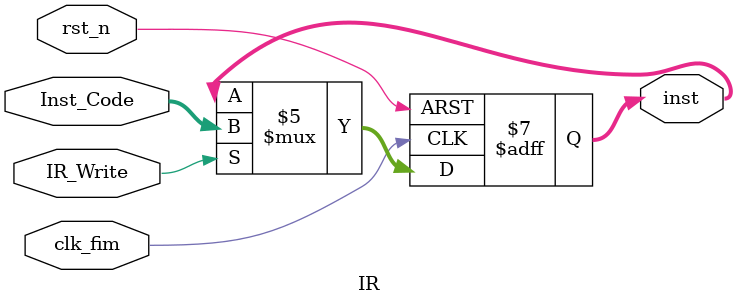
<source format=v>
`timescale 1ns / 1ps


module IR(Inst_Code,clk_fim,rst_n,IR_Write,inst);
    input [31:0]Inst_Code;
    input clk_fim;
    input rst_n;
    input IR_Write;
    output reg [31:0]inst;
    always@(posedge clk_fim or negedge rst_n)
    begin
       if(!rst_n)
         inst<=0;
       else
          begin
             if(IR_Write==1)
                inst<=Inst_Code;
             else
                inst<=inst;
          end
    end
endmodule

</source>
